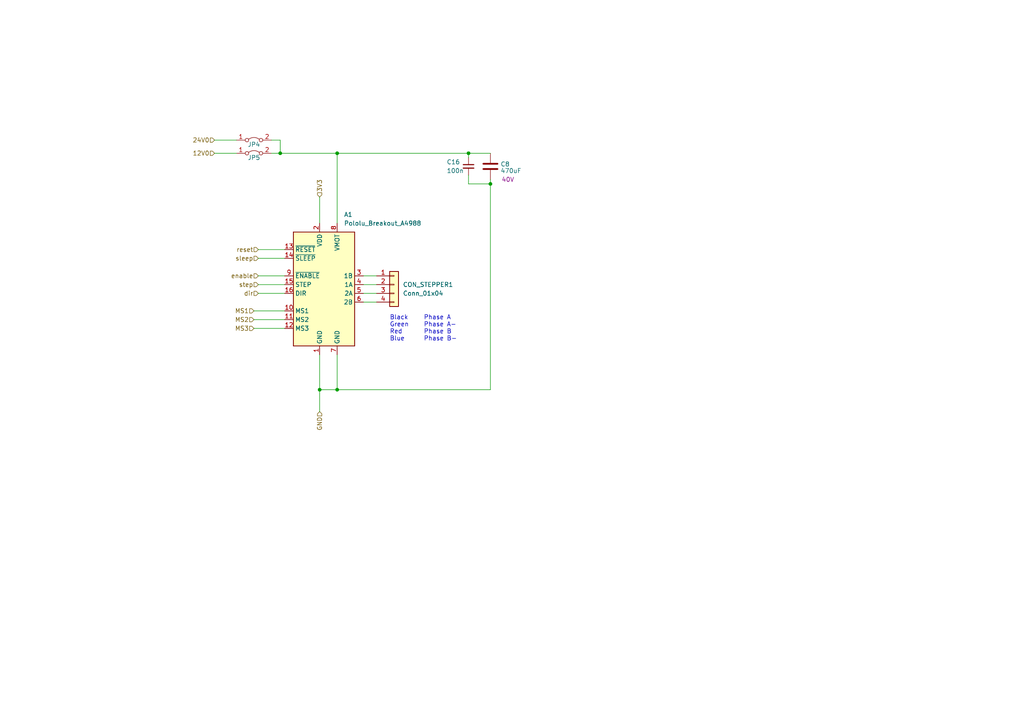
<source format=kicad_sch>
(kicad_sch (version 20230121) (generator eeschema)
  (paper "A4")
  (lib_symbols
    (symbol "Connector_Generic:Conn_01x04" (pin_names (offset 1.016) hide)
      (property "Reference" "J" (at 0 5.08 0))
      (property "Value" "Conn_01x04" (at 0 -7.62 0))
      (symbol "Conn_01x04_1_1"
        (rectangle (start -1.27 -4.953) (end 0 -5.207) (stroke (width 0.1524)))
        (rectangle (start -1.27 -2.413) (end 0 -2.667) (stroke (width 0.1524)))
        (rectangle (start -1.27 0.127) (end 0 -0.127) (stroke (width 0.1524)))
        (rectangle (start -1.27 2.667) (end 0 2.413) (stroke (width 0.1524)))
        (rectangle (start -1.27 3.81) (end 1.27 -6.35) (stroke (width 0.254)) (fill (type background)))
        (pin passive line (at -5.08 2.54 0) (length 3.81) (name "Pin_1") (number "1"))
        (pin passive line (at -5.08 0 0) (length 3.81) (name "Pin_2") (number "2"))
        (pin passive line (at -5.08 -2.54 0) (length 3.81) (name "Pin_3") (number "3"))
        (pin passive line (at -5.08 -5.08 0) (length 3.81) (name "Pin_4") (number "4"))
      )
    )
    (symbol "Device:C" (pin_numbers hide) (pin_names (offset 0.254))
      (property "Reference" "C" (at 0.635 2.54 0))
      (property "Value" "C" (at 0.635 -2.54 0))
      (symbol "C_0_1"
        (polyline (pts (xy -2.032 -0.762) (xy 2.032 -0.762)) (stroke (width 0.508)))
        (polyline (pts (xy -2.032 0.762) (xy 2.032 0.762)) (stroke (width 0.508)))
      )
      (symbol "C_1_1"
        (pin passive line (at 0 3.81 270) (length 2.794) (name "~") (number "1"))
        (pin passive line (at 0 -3.81 90) (length 2.794) (name "~") (number "2"))
      )
    )
    (symbol "Device:C_Small" (pin_numbers hide) (pin_names (offset 0.254) hide)
      (property "Reference" "C" (at 0.254 1.778 0))
      (property "Value" "C_Small" (at 0.254 -2.032 0))
      (symbol "C_Small_0_1"
        (polyline (pts (xy -1.524 -0.508) (xy 1.524 -0.508)) (stroke (width 0.3302)))
        (polyline (pts (xy -1.524 0.508) (xy 1.524 0.508)) (stroke (width 0.3048)))
      )
      (symbol "C_Small_1_1"
        (pin passive line (at 0 2.54 270) (length 2.032) (name "~") (number "1"))
        (pin passive line (at 0 -2.54 90) (length 2.032) (name "~") (number "2"))
      )
    )
    (symbol "Driver_Motor:Pololu_Breakout_A4988"
      (property "Reference" "A" (at -2.54 19.05 0))
      (property "Value" "Pololu_Breakout_A4988" (at -2.54 16.51 0))
      (symbol "Pololu_Breakout_A4988_0_1"
        (rectangle (start 10.16 -17.78) (end -7.62 15.24) (stroke (width 0.254)) (fill (type background)))
      )
      (symbol "Pololu_Breakout_A4988_1_1"
        (pin power_in line (at 0 -20.32 90) (length 2.54) (name "GND") (number "1"))
        (pin input line (at -10.16 -7.62 0) (length 2.54) (name "MS1") (number "10"))
        (pin input line (at -10.16 -10.16 0) (length 2.54) (name "MS2") (number "11"))
        (pin input line (at -10.16 -12.7 0) (length 2.54) (name "MS3") (number "12"))
        (pin input line (at -10.16 10.16 0) (length 2.54) (name "~{RESET}") (number "13"))
        (pin input line (at -10.16 7.62 0) (length 2.54) (name "~{SLEEP}") (number "14"))
        (pin input line (at -10.16 0 0) (length 2.54) (name "STEP") (number "15"))
        (pin input line (at -10.16 -2.54 0) (length 2.54) (name "DIR") (number "16"))
        (pin power_in line (at 0 17.78 270) (length 2.54) (name "VDD") (number "2"))
        (pin output line (at 12.7 2.54 180) (length 2.54) (name "1B") (number "3"))
        (pin output line (at 12.7 0 180) (length 2.54) (name "1A") (number "4"))
        (pin output line (at 12.7 -2.54 180) (length 2.54) (name "2A") (number "5"))
        (pin output line (at 12.7 -5.08 180) (length 2.54) (name "2B") (number "6"))
        (pin power_in line (at 5.08 -20.32 90) (length 2.54) (name "GND") (number "7"))
        (pin power_in line (at 5.08 17.78 270) (length 2.54) (name "VMOT") (number "8"))
        (pin input line (at -10.16 2.54 0) (length 2.54) (name "~{ENABLE}") (number "9"))
      )
    )
    (symbol "Jumper:Jumper_2_Bridged" (pin_names (offset 0) hide)
      (property "Reference" "JP" (at 0 1.905 0))
      (property "Value" "Jumper_2_Bridged" (at 0 -2.54 0))
      (symbol "Jumper_2_Bridged_0_0"
        (circle (center -2.032 0) (radius 0.508))
        (circle (center 2.032 0) (radius 0.508))
      )
      (symbol "Jumper_2_Bridged_0_1"
        (arc (start 1.524 0.254) (mid 0 0.762) (end -1.524 0.254))
      )
      (symbol "Jumper_2_Bridged_1_1"
        (pin passive line (at -5.08 0 0) (length 2.54) (name "A") (number "1"))
        (pin passive line (at 5.08 0 180) (length 2.54) (name "B") (number "2"))
      )
    )
  )
  (junction (at 92.71 113.03))
  (junction (at 97.79 113.03))
  (junction (at 81.28 44.45))
  (junction (at 97.79 44.45))
  (junction (at 142.24 53.34))
  (junction (at 135.89 44.45))
  (wire (pts (xy 78.74 44.45) (xy 81.28 44.45)))
  (wire (pts (xy 97.79 102.87) (xy 97.79 113.03)))
  (wire (pts (xy 81.28 44.45) (xy 97.79 44.45)))
  (wire (pts (xy 74.93 74.93) (xy 82.55 74.93)))
  (wire (pts (xy 92.71 57.15) (xy 92.71 64.77)))
  (wire (pts (xy 135.89 44.45) (xy 142.24 44.45)))
  (wire (pts (xy 135.89 44.45) (xy 135.89 45.72)))
  (wire (pts (xy 78.74 40.64) (xy 81.28 40.64)))
  (wire (pts (xy 73.66 92.71) (xy 82.55 92.71)))
  (wire (pts (xy 109.22 85.09) (xy 105.41 85.09)))
  (wire (pts (xy 81.28 44.45) (xy 81.28 40.64)))
  (wire (pts (xy 135.89 53.34) (xy 142.24 53.34)))
  (wire (pts (xy 135.89 53.34) (xy 135.89 50.8)))
  (wire (pts (xy 74.93 80.01) (xy 82.55 80.01)))
  (wire (pts (xy 62.23 44.45) (xy 68.58 44.45)))
  (wire (pts (xy 97.79 113.03) (xy 142.24 113.03)))
  (wire (pts (xy 142.24 113.03) (xy 142.24 53.34)))
  (wire (pts (xy 62.23 40.64) (xy 68.58 40.64)))
  (wire (pts (xy 73.66 95.25) (xy 82.55 95.25)))
  (wire (pts (xy 73.66 90.17) (xy 82.55 90.17)))
  (wire (pts (xy 109.22 82.55) (xy 105.41 82.55)))
  (wire (pts (xy 109.22 80.01) (xy 105.41 80.01)))
  (wire (pts (xy 74.93 85.09) (xy 82.55 85.09)))
  (wire (pts (xy 92.71 113.03) (xy 97.79 113.03)))
  (wire (pts (xy 109.22 87.63) (xy 105.41 87.63)))
  (wire (pts (xy 74.93 82.55) (xy 82.55 82.55)))
  (wire (pts (xy 142.24 52.07) (xy 142.24 53.34)))
  (wire (pts (xy 92.71 113.03) (xy 92.71 119.38)))
  (wire (pts (xy 92.71 102.87) (xy 92.71 113.03)))
  (wire (pts (xy 97.79 44.45) (xy 135.89 44.45)))
  (wire (pts (xy 97.79 44.45) (xy 97.79 64.77)))
  (wire (pts (xy 74.93 72.39) (xy 82.55 72.39)))
  (text "Black	Phase A\nGreen	Phase A-\nRed		Phase B\nBlue	Phase B-" (at 113.03 99.06 0) (effects (font (size 1.27 1.27)) (justify left bottom)))
  (hierarchical_label "MS3" (shape input) (at 73.66 95.25 180))
  (hierarchical_label "enable" (shape input) (at 74.93 80.01 180))
  (hierarchical_label "12V0" (shape input) (at 62.23 44.45 180))
  (hierarchical_label "24V0" (shape input) (at 62.23 40.64 180))
  (hierarchical_label "sleep" (shape input) (at 74.93 74.93 180))
  (hierarchical_label "step" (shape input) (at 74.93 82.55 180))
  (hierarchical_label "dir" (shape input) (at 74.93 85.09 180))
  (hierarchical_label "GND" (shape input) (at 92.71 119.38 270))
  (hierarchical_label "MS1" (shape input) (at 73.66 90.17 180))
  (hierarchical_label "MS2" (shape input) (at 73.66 92.71 180))
  (hierarchical_label "reset" (shape input) (at 74.93 72.39 180))
  (hierarchical_label "3V3" (shape input) (at 92.71 57.15 90))
  (symbol (lib_id "Driver_Motor:Pololu_Breakout_A4988") (at 92.71 82.55 0) (unit 1)
    (property "Reference" "A1" (at 99.7459 62.23 0) (effects (justify left)))
    (property "Value" "Pololu_Breakout_A4988" (at 99.7459 64.77 0) (effects (justify left)))
    (property "Footprint" "Module:Pololu_Breakout-16_15.2x20.3mm" (effects hide))
    (property "Datasheet" "https://www.pololu.com/product/2980/pictures" (effects hide))
  )
  (symbol (lib_id "Jumper:Jumper_2_Bridged") (at 73.66 44.45 0) (unit 1)
    (property "Reference" "JP5" (at 73.66 45.72 0))
    (property "Value" "Jumper_2_Bridged" (effects hide))
  )
  (symbol (lib_id "Device:C") (at 142.24 48.26 0) (unit 1)
    (property "Reference" "C8" (at 145.161 47.6163 0) (effects (justify left)))
    (property "Value" "470uF" (at 145.161 49.5373 0) (effects (justify left)))
    (property "Footprint" "Capacitor_THT:C_Radial_D10.0mm_H16.0mm_P5.00mm" (effects hide))
    (property "Voltage" "40V" (at 147.32 52.07 0))
    (instances (project "rollo control" (path "" (reference "C8") (unit 1)) (path "" (reference "C17") (unit 1))))
  )
  (symbol (lib_id "Jumper:Jumper_2_Bridged") (at 73.66 40.64 0) (unit 1)
    (property "Reference" "JP4" (at 73.66 41.91 0))
    (property "Value" "Jumper_2_Bridged" (effects hide))
  )
  (symbol (lib_id "Device:C_Small") (at 135.89 48.26 0) (unit 1)
    (property "Reference" "C16" (at 129.54 46.99 0) (effects (justify left)))
    (property "Value" "100n" (at 129.54 49.53 0) (effects (justify left)))
    (property "Footprint" "Capacitor_SMD:C_0603_1608Metric_Pad1.08x0.95mm_HandSolder" (effects hide))
  )
  (symbol (lib_id "Connector_Generic:Conn_01x04") (at 114.3 82.55 0) (unit 1)
    (property "Reference" "CON_STEPPER1" (at 116.84 82.55 0) (effects (justify left)))
    (property "Value" "Conn_01x04" (at 116.84 85.09 0) (effects (justify left)))
  )
)
</source>
